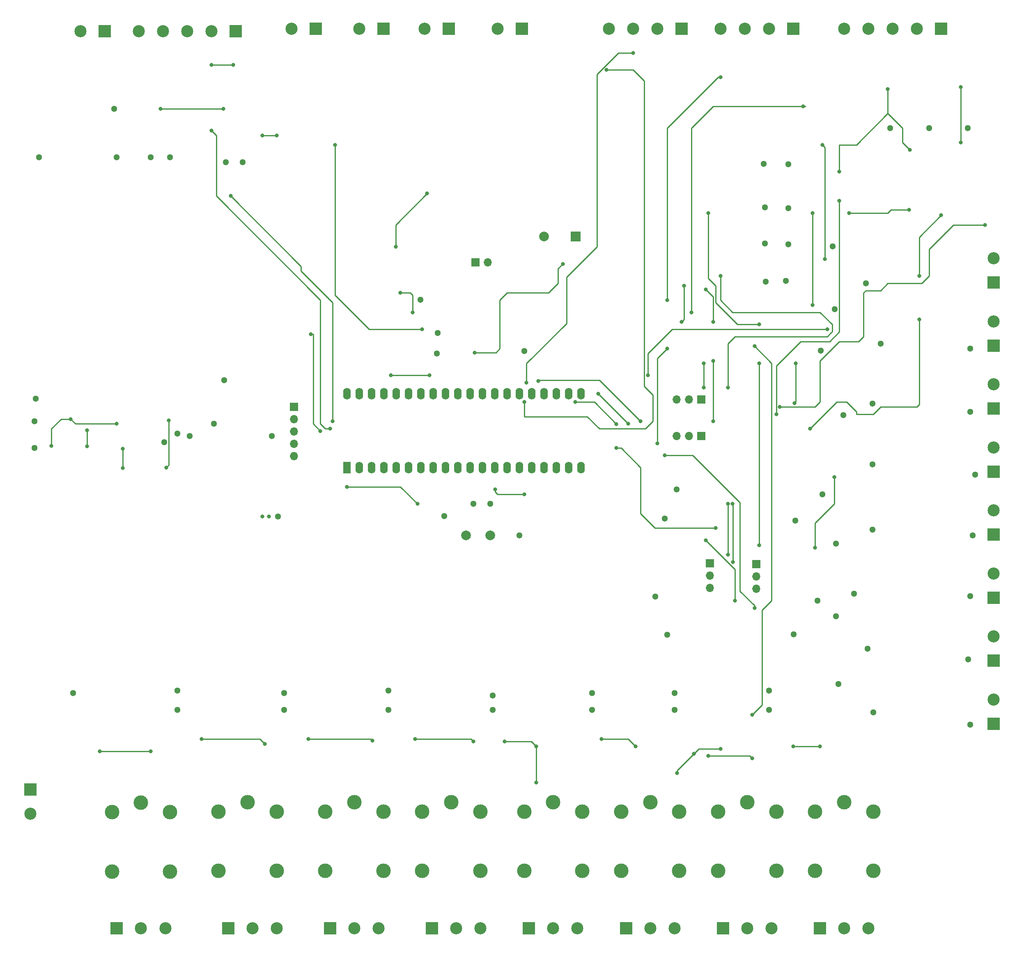
<source format=gbl>
%TF.GenerationSoftware,KiCad,Pcbnew,(5.1.10)-1*%
%TF.CreationDate,2022-01-12T07:46:51+01:00*%
%TF.ProjectId,automate,6175746f-6d61-4746-952e-6b696361645f,rev?*%
%TF.SameCoordinates,Original*%
%TF.FileFunction,Copper,L4,Bot*%
%TF.FilePolarity,Positive*%
%FSLAX46Y46*%
G04 Gerber Fmt 4.6, Leading zero omitted, Abs format (unit mm)*
G04 Created by KiCad (PCBNEW (5.1.10)-1) date 2022-01-12 07:46:51*
%MOMM*%
%LPD*%
G01*
G04 APERTURE LIST*
%TA.AperFunction,ComponentPad*%
%ADD10C,2.000000*%
%TD*%
%TA.AperFunction,ComponentPad*%
%ADD11R,2.000000X2.000000*%
%TD*%
%TA.AperFunction,ComponentPad*%
%ADD12C,2.500000*%
%TD*%
%TA.AperFunction,ComponentPad*%
%ADD13R,2.500000X2.500000*%
%TD*%
%TA.AperFunction,ComponentPad*%
%ADD14R,1.600000X2.400000*%
%TD*%
%TA.AperFunction,ComponentPad*%
%ADD15O,1.600000X2.400000*%
%TD*%
%TA.AperFunction,ComponentPad*%
%ADD16C,3.000000*%
%TD*%
%TA.AperFunction,ComponentPad*%
%ADD17R,1.700000X1.700000*%
%TD*%
%TA.AperFunction,ComponentPad*%
%ADD18O,1.700000X1.700000*%
%TD*%
%TA.AperFunction,ViaPad*%
%ADD19C,1.300000*%
%TD*%
%TA.AperFunction,ViaPad*%
%ADD20C,0.800000*%
%TD*%
%TA.AperFunction,Conductor*%
%ADD21C,0.250000*%
%TD*%
G04 APERTURE END LIST*
D10*
%TO.P,BZ2,2*%
%TO.N,Net-(BZ1-Pad2)*%
X181100000Y-69900000D03*
D11*
%TO.P,BZ2,1*%
%TO.N,Net-(BZ1-Pad1)*%
X187600000Y-69900000D03*
%TD*%
D10*
%TO.P,SW1,1*%
%TO.N,GND*%
X170000000Y-131500000D03*
%TO.P,SW1,2*%
%TO.N,/Logique/Vpp*%
X165000000Y-131500000D03*
%TD*%
D12*
%TO.P,J1,2*%
%TO.N,Net-(D1-Pad1)*%
X85500000Y-27500000D03*
D13*
%TO.P,J1,1*%
%TO.N,GND*%
X90500000Y-27500000D03*
%TD*%
D12*
%TO.P,J3,4*%
%TO.N,Net-(J3-Pad4)*%
X217500000Y-27000000D03*
D13*
%TO.P,J3,1*%
%TO.N,GND*%
X232500000Y-27000000D03*
D12*
%TO.P,J3,2*%
%TO.N,VCC*%
X227500000Y-27000000D03*
%TO.P,J3,3*%
%TO.N,Net-(J3-Pad3)*%
X222500000Y-27000000D03*
%TD*%
%TO.P,J4,3*%
%TO.N,Net-(J4-Pad3)*%
X199500000Y-27000000D03*
%TO.P,J4,2*%
%TO.N,VCC*%
X204500000Y-27000000D03*
D13*
%TO.P,J4,1*%
%TO.N,GND*%
X209500000Y-27000000D03*
D12*
%TO.P,J4,4*%
%TO.N,Net-(J4-Pad4)*%
X194500000Y-27000000D03*
%TD*%
D13*
%TO.P,J5,1*%
%TO.N,Net-(J5-Pad1)*%
X93000000Y-212500000D03*
D12*
%TO.P,J5,2*%
%TO.N,Net-(J5-Pad2)*%
X98000000Y-212500000D03*
%TO.P,J5,3*%
%TO.N,Net-(J5-Pad3)*%
X103000000Y-212500000D03*
%TD*%
D13*
%TO.P,J6,1*%
%TO.N,Net-(J6-Pad1)*%
X116000000Y-212500000D03*
D12*
%TO.P,J6,2*%
%TO.N,Net-(J6-Pad2)*%
X121000000Y-212500000D03*
%TO.P,J6,3*%
%TO.N,Net-(J6-Pad3)*%
X126000000Y-212500000D03*
%TD*%
D13*
%TO.P,J7,1*%
%TO.N,Net-(J7-Pad1)*%
X137000000Y-212500000D03*
D12*
%TO.P,J7,2*%
%TO.N,Net-(J7-Pad2)*%
X142000000Y-212500000D03*
%TO.P,J7,3*%
%TO.N,Net-(J7-Pad3)*%
X147000000Y-212500000D03*
%TD*%
%TO.P,J8,3*%
%TO.N,Net-(J8-Pad3)*%
X168000000Y-212500000D03*
%TO.P,J8,2*%
%TO.N,Net-(J8-Pad2)*%
X163000000Y-212500000D03*
D13*
%TO.P,J8,1*%
%TO.N,Net-(J8-Pad1)*%
X158000000Y-212500000D03*
%TD*%
%TO.P,J9,1*%
%TO.N,Net-(J9-Pad1)*%
X178000000Y-212500000D03*
D12*
%TO.P,J9,2*%
%TO.N,Net-(J9-Pad2)*%
X183000000Y-212500000D03*
%TO.P,J9,3*%
%TO.N,Net-(J9-Pad3)*%
X188000000Y-212500000D03*
%TD*%
%TO.P,J10,3*%
%TO.N,Net-(J10-Pad3)*%
X208000000Y-212500000D03*
%TO.P,J10,2*%
%TO.N,Net-(J10-Pad2)*%
X203000000Y-212500000D03*
D13*
%TO.P,J10,1*%
%TO.N,Net-(J10-Pad1)*%
X198000000Y-212500000D03*
%TD*%
D12*
%TO.P,J11,3*%
%TO.N,Net-(J11-Pad3)*%
X228000000Y-212500000D03*
%TO.P,J11,2*%
%TO.N,Net-(J11-Pad2)*%
X223000000Y-212500000D03*
D13*
%TO.P,J11,1*%
%TO.N,Net-(J11-Pad1)*%
X218000000Y-212500000D03*
%TD*%
D12*
%TO.P,J12,3*%
%TO.N,Net-(J12-Pad3)*%
X248000000Y-212500000D03*
%TO.P,J12,2*%
%TO.N,Net-(J12-Pad2)*%
X243000000Y-212500000D03*
D13*
%TO.P,J12,1*%
%TO.N,Net-(J12-Pad1)*%
X238000000Y-212500000D03*
%TD*%
D12*
%TO.P,J13,2*%
%TO.N,Net-(D23-Pad1)*%
X273839600Y-165362800D03*
D13*
%TO.P,J13,1*%
%TO.N,GND*%
X273839600Y-170362800D03*
%TD*%
D12*
%TO.P,J14,2*%
%TO.N,Net-(D24-Pad1)*%
X273839600Y-152362800D03*
D13*
%TO.P,J14,1*%
%TO.N,GND*%
X273839600Y-157362800D03*
%TD*%
D12*
%TO.P,J15,2*%
%TO.N,Net-(D25-Pad1)*%
X273839600Y-139362800D03*
D13*
%TO.P,J15,1*%
%TO.N,GND*%
X273839600Y-144362800D03*
%TD*%
%TO.P,J16,1*%
%TO.N,GND*%
X273839600Y-131362800D03*
D12*
%TO.P,J16,2*%
%TO.N,Net-(D26-Pad1)*%
X273839600Y-126362800D03*
%TD*%
%TO.P,J17,2*%
%TO.N,Net-(D31-Pad1)*%
X273839600Y-113362800D03*
D13*
%TO.P,J17,1*%
%TO.N,GND*%
X273839600Y-118362800D03*
%TD*%
%TO.P,J18,1*%
%TO.N,GND*%
X273839600Y-105362800D03*
D12*
%TO.P,J18,2*%
%TO.N,Net-(D32-Pad1)*%
X273839600Y-100362800D03*
%TD*%
D13*
%TO.P,J19,1*%
%TO.N,GND*%
X273839600Y-92362800D03*
D12*
%TO.P,J19,2*%
%TO.N,Net-(D33-Pad1)*%
X273839600Y-87362800D03*
%TD*%
%TO.P,J20,2*%
%TO.N,Net-(D34-Pad1)*%
X273839600Y-74362800D03*
D13*
%TO.P,J20,1*%
%TO.N,GND*%
X273839600Y-79362800D03*
%TD*%
%TO.P,J21,1*%
%TO.N,GND*%
X134000000Y-27000000D03*
D12*
%TO.P,J21,2*%
%TO.N,Net-(D39-Pad1)*%
X129000000Y-27000000D03*
%TD*%
D13*
%TO.P,J22,1*%
%TO.N,GND*%
X148000000Y-27000000D03*
D12*
%TO.P,J22,2*%
%TO.N,Net-(D40-Pad1)*%
X143000000Y-27000000D03*
%TD*%
D13*
%TO.P,J23,1*%
%TO.N,GND*%
X161500000Y-27000000D03*
D12*
%TO.P,J23,2*%
%TO.N,Net-(D41-Pad1)*%
X156500000Y-27000000D03*
%TD*%
%TO.P,J24,2*%
%TO.N,Net-(D42-Pad1)*%
X171500000Y-27000000D03*
D13*
%TO.P,J24,1*%
%TO.N,GND*%
X176500000Y-27000000D03*
%TD*%
D12*
%TO.P,J25,4*%
%TO.N,Net-(J25-Pad4)*%
X102500000Y-27500000D03*
D13*
%TO.P,J25,1*%
%TO.N,Net-(J25-Pad1)*%
X117500000Y-27500000D03*
D12*
%TO.P,J25,2*%
%TO.N,Net-(J25-Pad2)*%
X112500000Y-27500000D03*
%TO.P,J25,3*%
%TO.N,Net-(J25-Pad3)*%
X107500000Y-27500000D03*
%TO.P,J25,5*%
%TO.N,Net-(D13-Pad2)*%
X97500000Y-27500000D03*
%TD*%
D14*
%TO.P,U2,1*%
%TO.N,/Logique/Vpp*%
X140500000Y-117500000D03*
D15*
%TO.P,U2,21*%
%TO.N,IN3*%
X188760000Y-102260000D03*
%TO.P,U2,2*%
%TO.N,Rel1*%
X143040000Y-117500000D03*
%TO.P,U2,22*%
%TO.N,IN4*%
X186220000Y-102260000D03*
%TO.P,U2,3*%
%TO.N,Rel2*%
X145580000Y-117500000D03*
%TO.P,U2,23*%
%TO.N,Net-(J3-Pad3)*%
X183680000Y-102260000D03*
%TO.P,U2,4*%
%TO.N,Rel3*%
X148120000Y-117500000D03*
%TO.P,U2,24*%
%TO.N,GPIO4*%
X181140000Y-102260000D03*
%TO.P,U2,5*%
%TO.N,Rel4*%
X150660000Y-117500000D03*
%TO.P,U2,25*%
%TO.N,Net-(J4-Pad3)*%
X178600000Y-102260000D03*
%TO.P,U2,6*%
%TO.N,Rel5*%
X153200000Y-117500000D03*
%TO.P,U2,26*%
%TO.N,Net-(J4-Pad4)*%
X176060000Y-102260000D03*
%TO.P,U2,7*%
%TO.N,Rel6*%
X155740000Y-117500000D03*
%TO.P,U2,27*%
%TO.N,IN5*%
X173520000Y-102260000D03*
%TO.P,U2,8*%
%TO.N,C4*%
X158280000Y-117500000D03*
%TO.P,U2,28*%
%TO.N,IN6*%
X170980000Y-102260000D03*
%TO.P,U2,9*%
%TO.N,C3*%
X160820000Y-117500000D03*
%TO.P,U2,29*%
%TO.N,IN7*%
X168440000Y-102260000D03*
%TO.P,U2,10*%
%TO.N,C2*%
X163360000Y-117500000D03*
%TO.P,U2,30*%
%TO.N,IN8*%
X165900000Y-102260000D03*
%TO.P,U2,11*%
%TO.N,VCC*%
X165900000Y-117500000D03*
%TO.P,U2,31*%
%TO.N,GND*%
X163360000Y-102260000D03*
%TO.P,U2,12*%
X168440000Y-117500000D03*
%TO.P,U2,32*%
%TO.N,VCC*%
X160820000Y-102260000D03*
%TO.P,U2,13*%
%TO.N,Rel8*%
X170980000Y-117500000D03*
%TO.P,U2,33*%
%TO.N,AN1*%
X158280000Y-102260000D03*
%TO.P,U2,14*%
%TO.N,Rel7*%
X173520000Y-117500000D03*
%TO.P,U2,34*%
%TO.N,AN2*%
X155740000Y-102260000D03*
%TO.P,U2,15*%
%TO.N,GPIO1*%
X176060000Y-117500000D03*
%TO.P,U2,35*%
%TO.N,AN3*%
X153200000Y-102260000D03*
%TO.P,U2,16*%
%TO.N,GPIO2*%
X178600000Y-117500000D03*
%TO.P,U2,36*%
%TO.N,AN4*%
X150660000Y-102260000D03*
%TO.P,U2,17*%
%TO.N,GPIO3*%
X181140000Y-117500000D03*
%TO.P,U2,37*%
%TO.N,Net-(R74-Pad2)*%
X148120000Y-102260000D03*
%TO.P,U2,18*%
%TO.N,Net-(J3-Pad4)*%
X183680000Y-117500000D03*
%TO.P,U2,38*%
%TO.N,C1*%
X145580000Y-102260000D03*
%TO.P,U2,19*%
%TO.N,IN1*%
X186220000Y-117500000D03*
%TO.P,U2,39*%
%TO.N,Net-(J2-Pad1)*%
X143040000Y-102260000D03*
%TO.P,U2,20*%
%TO.N,IN2*%
X188760000Y-117500000D03*
%TO.P,U2,40*%
%TO.N,Net-(J2-Pad2)*%
X140500000Y-102260000D03*
%TD*%
D16*
%TO.P,K1,11*%
%TO.N,Net-(J5-Pad2)*%
X98000000Y-186600000D03*
%TO.P,K1,A1*%
%TO.N,+12V*%
X104000000Y-188600000D03*
%TO.P,K1,12*%
%TO.N,Net-(J5-Pad3)*%
X104000000Y-200800000D03*
%TO.P,K1,14*%
%TO.N,Net-(J5-Pad1)*%
X92000000Y-200800000D03*
%TO.P,K1,A2*%
%TO.N,Net-(D7-Pad1)*%
X92000000Y-188600000D03*
%TD*%
%TO.P,K2,11*%
%TO.N,Net-(J6-Pad2)*%
X120000000Y-186500000D03*
%TO.P,K2,A1*%
%TO.N,+12V*%
X126000000Y-188500000D03*
%TO.P,K2,12*%
%TO.N,Net-(J6-Pad3)*%
X126000000Y-200700000D03*
%TO.P,K2,14*%
%TO.N,Net-(J6-Pad1)*%
X114000000Y-200700000D03*
%TO.P,K2,A2*%
%TO.N,Net-(D9-Pad1)*%
X114000000Y-188500000D03*
%TD*%
%TO.P,K3,11*%
%TO.N,Net-(J7-Pad2)*%
X142000000Y-186500000D03*
%TO.P,K3,A1*%
%TO.N,+12V*%
X148000000Y-188500000D03*
%TO.P,K3,12*%
%TO.N,Net-(J7-Pad3)*%
X148000000Y-200700000D03*
%TO.P,K3,14*%
%TO.N,Net-(J7-Pad1)*%
X136000000Y-200700000D03*
%TO.P,K3,A2*%
%TO.N,Net-(D11-Pad1)*%
X136000000Y-188500000D03*
%TD*%
%TO.P,K4,A2*%
%TO.N,Net-(D14-Pad1)*%
X156000000Y-188500000D03*
%TO.P,K4,14*%
%TO.N,Net-(J8-Pad1)*%
X156000000Y-200700000D03*
%TO.P,K4,12*%
%TO.N,Net-(J8-Pad3)*%
X168000000Y-200700000D03*
%TO.P,K4,A1*%
%TO.N,+12V*%
X168000000Y-188500000D03*
%TO.P,K4,11*%
%TO.N,Net-(J8-Pad2)*%
X162000000Y-186500000D03*
%TD*%
%TO.P,K5,A2*%
%TO.N,Net-(D16-Pad1)*%
X177000000Y-188500000D03*
%TO.P,K5,14*%
%TO.N,Net-(J9-Pad1)*%
X177000000Y-200700000D03*
%TO.P,K5,12*%
%TO.N,Net-(J9-Pad3)*%
X189000000Y-200700000D03*
%TO.P,K5,A1*%
%TO.N,+12V*%
X189000000Y-188500000D03*
%TO.P,K5,11*%
%TO.N,Net-(J9-Pad2)*%
X183000000Y-186500000D03*
%TD*%
%TO.P,K6,A2*%
%TO.N,Net-(D18-Pad1)*%
X197000000Y-188500000D03*
%TO.P,K6,14*%
%TO.N,Net-(J10-Pad1)*%
X197000000Y-200700000D03*
%TO.P,K6,12*%
%TO.N,Net-(J10-Pad3)*%
X209000000Y-200700000D03*
%TO.P,K6,A1*%
%TO.N,+12V*%
X209000000Y-188500000D03*
%TO.P,K6,11*%
%TO.N,Net-(J10-Pad2)*%
X203000000Y-186500000D03*
%TD*%
%TO.P,K7,A2*%
%TO.N,Net-(D20-Pad1)*%
X217000000Y-188500000D03*
%TO.P,K7,14*%
%TO.N,Net-(J11-Pad1)*%
X217000000Y-200700000D03*
%TO.P,K7,12*%
%TO.N,Net-(J11-Pad3)*%
X229000000Y-200700000D03*
%TO.P,K7,A1*%
%TO.N,+12V*%
X229000000Y-188500000D03*
%TO.P,K7,11*%
%TO.N,Net-(J11-Pad2)*%
X223000000Y-186500000D03*
%TD*%
%TO.P,K8,11*%
%TO.N,Net-(J12-Pad2)*%
X243000000Y-186500000D03*
%TO.P,K8,A1*%
%TO.N,+12V*%
X249000000Y-188500000D03*
%TO.P,K8,12*%
%TO.N,Net-(J12-Pad3)*%
X249000000Y-200700000D03*
%TO.P,K8,14*%
%TO.N,Net-(J12-Pad1)*%
X237000000Y-200700000D03*
%TO.P,K8,A2*%
%TO.N,Net-(D22-Pad1)*%
X237000000Y-188500000D03*
%TD*%
D12*
%TO.P,J26,4*%
%TO.N,Net-(D45-Pad2)*%
X248000000Y-27000000D03*
D13*
%TO.P,J26,1*%
%TO.N,Net-(D50-Pad1)*%
X263000000Y-27000000D03*
D12*
%TO.P,J26,2*%
%TO.N,Net-(D49-Pad1)*%
X258000000Y-27000000D03*
%TO.P,J26,3*%
%TO.N,Net-(D44-Pad2)*%
X253000000Y-27000000D03*
%TO.P,J26,5*%
%TO.N,Net-(D48-Pad2)*%
X243000000Y-27000000D03*
%TD*%
D17*
%TO.P,JP1,1*%
%TO.N,Net-(D43-Pad1)*%
X166954200Y-75234800D03*
D18*
%TO.P,JP1,2*%
%TO.N,Net-(BZ1-Pad2)*%
X169494200Y-75234800D03*
%TD*%
D17*
%TO.P,JP2,1*%
%TO.N,Net-(JP2-Pad1)*%
X224891600Y-137464800D03*
D18*
%TO.P,JP2,2*%
%TO.N,GPIO3*%
X224891600Y-140004800D03*
%TO.P,JP2,3*%
%TO.N,Net-(JP2-Pad3)*%
X224891600Y-142544800D03*
%TD*%
%TO.P,JP3,3*%
%TO.N,Net-(JP3-Pad3)*%
X208420000Y-111000000D03*
%TO.P,JP3,2*%
%TO.N,GPIO4*%
X210960000Y-111000000D03*
D17*
%TO.P,JP3,1*%
%TO.N,Net-(JP3-Pad1)*%
X213500000Y-111000000D03*
%TD*%
%TO.P,JP4,1*%
%TO.N,Net-(JP4-Pad1)*%
X215315800Y-137287000D03*
D18*
%TO.P,JP4,2*%
%TO.N,GPIO1*%
X215315800Y-139827000D03*
%TO.P,JP4,3*%
%TO.N,Net-(JP4-Pad3)*%
X215315800Y-142367000D03*
%TD*%
%TO.P,JP5,3*%
%TO.N,Net-(JP5-Pad3)*%
X208420000Y-103500000D03*
%TO.P,JP5,2*%
%TO.N,GPIO2*%
X210960000Y-103500000D03*
D17*
%TO.P,JP5,1*%
%TO.N,Net-(JP5-Pad1)*%
X213500000Y-103500000D03*
%TD*%
D12*
%TO.P,J27,2*%
%TO.N,VCC*%
X75200000Y-188900000D03*
D13*
%TO.P,J27,1*%
%TO.N,GND*%
X75200000Y-183900000D03*
%TD*%
D17*
%TO.P,J2,1*%
%TO.N,Net-(J2-Pad1)*%
X129500000Y-104960000D03*
D18*
%TO.P,J2,2*%
%TO.N,Net-(J2-Pad2)*%
X129500000Y-107500000D03*
%TO.P,J2,3*%
%TO.N,GND*%
X129500000Y-110040000D03*
%TO.P,J2,4*%
%TO.N,VCC*%
X129500000Y-112580000D03*
%TO.P,J2,5*%
%TO.N,/Logique/Vpp*%
X129500000Y-115120000D03*
%TD*%
D19*
%TO.N,GND*%
X93000000Y-53500000D03*
X77000000Y-53500000D03*
X100000000Y-53500000D03*
X104000000Y-53500000D03*
X92500000Y-43500000D03*
X115500000Y-54500000D03*
X252500000Y-47500000D03*
X260500000Y-47500000D03*
X268500000Y-47500000D03*
X269000000Y-93000000D03*
X270000000Y-119000000D03*
X269500000Y-131500000D03*
X269000000Y-106000000D03*
X269000000Y-144000000D03*
X268562800Y-157062800D03*
X269000000Y-170500000D03*
X119000000Y-54500000D03*
X105500000Y-110500000D03*
X102750000Y-112250000D03*
X76300000Y-103300000D03*
X76000000Y-108000000D03*
X76000000Y-113500000D03*
X108000000Y-111000000D03*
X113000000Y-108500000D03*
X125000000Y-111000000D03*
X177038000Y-93462000D03*
X159217600Y-89782400D03*
X226669600Y-71330400D03*
X231500000Y-71500000D03*
X226796600Y-79203400D03*
X231000000Y-79000000D03*
X247500000Y-79500000D03*
X226364800Y-54864800D03*
X231500000Y-55000000D03*
X226618800Y-63881200D03*
X231500000Y-64000000D03*
X84000000Y-164000000D03*
X149000000Y-163500000D03*
X149000000Y-167500000D03*
X127500000Y-164000000D03*
X127500000Y-167500000D03*
X170500000Y-164500000D03*
X170500000Y-167500000D03*
X191000000Y-164000000D03*
X191000000Y-167500000D03*
X208000000Y-164000000D03*
X208000000Y-167500000D03*
X227500000Y-163500000D03*
X227500000Y-167500000D03*
X248839600Y-130339600D03*
X232943400Y-128443400D03*
X249000000Y-168000000D03*
X232613200Y-151886800D03*
X245000000Y-143500000D03*
X247839600Y-154839600D03*
X105500000Y-163500000D03*
X105500000Y-167500000D03*
X208457800Y-122042200D03*
X176000000Y-131500000D03*
X170000000Y-125000000D03*
X206500000Y-152000000D03*
X250500000Y-92000000D03*
X248839600Y-104339600D03*
X248839600Y-116839600D03*
D20*
%TO.N,+12V*%
X110500000Y-173500000D03*
X123500000Y-174500000D03*
X132500000Y-173500000D03*
X145700000Y-173800000D03*
X154500000Y-173500000D03*
X166500000Y-174000000D03*
X173000000Y-174000000D03*
X179500000Y-182500000D03*
X179500000Y-175000000D03*
X192975000Y-173475000D03*
X200000000Y-175000000D03*
X232500000Y-175000000D03*
X238000000Y-175000000D03*
X212000000Y-176500000D03*
X217500000Y-175500000D03*
X208500000Y-180500000D03*
X89500000Y-176000000D03*
X100000000Y-176000000D03*
X224000000Y-168500000D03*
X224500000Y-92500000D03*
X211500000Y-85500000D03*
X234500000Y-43000000D03*
%TO.N,Net-(C4-Pad2)*%
X86865000Y-113135000D03*
X86865000Y-109865000D03*
D19*
%TO.N,VCC*%
X155594400Y-82905600D03*
X159000000Y-94000000D03*
X237534200Y-144965800D03*
X241339600Y-148160400D03*
X241839600Y-162160400D03*
X204089000Y-144089000D03*
X166500000Y-125000000D03*
X160500000Y-127500000D03*
X206000000Y-128000000D03*
X238500000Y-123000000D03*
X242839600Y-106660400D03*
X240637200Y-71862800D03*
X241025000Y-84862800D03*
X238137200Y-93362800D03*
X241339600Y-133160400D03*
X126200000Y-127600000D03*
X115175000Y-99475000D03*
D20*
X123000000Y-127600000D03*
X124350000Y-127600000D03*
%TO.N,/Logique/Vpp*%
X155000000Y-125000000D03*
X140500000Y-121500000D03*
%TO.N,Net-(D20-Pad1)*%
X215000000Y-177000000D03*
X224000000Y-177500000D03*
%TO.N,Net-(J3-Pad4)*%
X204500000Y-112500000D03*
X206500000Y-93000000D03*
X206500000Y-83000000D03*
X217500000Y-37000000D03*
%TO.N,Net-(J3-Pad3)*%
X238500000Y-51000000D03*
X239000000Y-74500000D03*
%TO.N,Net-(J4-Pad3)*%
X177500000Y-100000000D03*
X199500000Y-32000000D03*
%TO.N,Net-(J4-Pad4)*%
X177000000Y-104000000D03*
X194000000Y-35500000D03*
%TO.N,Net-(J25-Pad2)*%
X117000000Y-34500000D03*
X112500000Y-34500000D03*
%TO.N,Net-(R1-Pad2)*%
X79500000Y-113000000D03*
X83500000Y-107500000D03*
X93000000Y-108500000D03*
%TO.N,Net-(R3-Pad2)*%
X94200000Y-117600000D03*
X94200000Y-113600000D03*
%TO.N,Rel8*%
X177000000Y-123000000D03*
X171000000Y-122000000D03*
%TO.N,IN1*%
X220500000Y-145000000D03*
X214500000Y-132500000D03*
%TO.N,IN3*%
X192260000Y-102260000D03*
X198500000Y-108500000D03*
X206000000Y-115000000D03*
X224512653Y-146487347D03*
%TO.N,IN4*%
X187500000Y-104000000D03*
X196012653Y-108512653D03*
X196012653Y-113487347D03*
X216500000Y-130000000D03*
%TO.N,IN6*%
X202500000Y-98500000D03*
X239500000Y-89000000D03*
%TO.N,AN1*%
X156000000Y-89000000D03*
X138000000Y-51000000D03*
%TO.N,AN2*%
X151500000Y-81500000D03*
X154000000Y-85500000D03*
%TO.N,AN4*%
X150500000Y-72000000D03*
X157000000Y-61000000D03*
%TO.N,C2*%
X137500000Y-108000000D03*
X116500000Y-61500000D03*
X115000000Y-43500000D03*
X102000000Y-43500000D03*
%TO.N,C3*%
X137000000Y-109500000D03*
X112500000Y-48000000D03*
%TO.N,C4*%
X135000000Y-110000000D03*
X133000000Y-90000000D03*
X126000000Y-49000000D03*
X123000000Y-49000000D03*
%TO.N,Net-(BZ1-Pad1)*%
X166827600Y-93827600D03*
X185000000Y-75500000D03*
%TO.N,Net-(D44-Pad1)*%
X256362200Y-64362200D03*
X244000000Y-65000000D03*
X236500000Y-65000000D03*
X236500000Y-84000000D03*
X233000000Y-96000000D03*
X232737042Y-104262347D03*
X241000000Y-119500000D03*
X237000000Y-134000000D03*
%TO.N,Net-(D44-Pad2)*%
X242000000Y-56500000D03*
X256500000Y-52000000D03*
X252000000Y-39500000D03*
%TO.N,Net-(D45-Pad1)*%
X229000000Y-106500000D03*
X242000000Y-62500000D03*
%TO.N,Net-(D49-Pad1)*%
X267000000Y-50500000D03*
X267000000Y-39000000D03*
%TO.N,Net-(D51-Pad1)*%
X263000000Y-65500000D03*
X258500000Y-78000000D03*
X258500000Y-87000000D03*
X236000000Y-109500000D03*
%TO.N,Net-(D52-Pad1)*%
X220012653Y-136987347D03*
X220000000Y-125000000D03*
X229725000Y-104987347D03*
X272000000Y-67500000D03*
%TO.N,Net-(JP2-Pad1)*%
X215000000Y-65000000D03*
X225500000Y-88000000D03*
X225500000Y-96000000D03*
X225500000Y-133500000D03*
%TO.N,GPIO4*%
X201000000Y-108000000D03*
X179947347Y-99675010D03*
%TO.N,Net-(JP3-Pad1)*%
X214500000Y-80775000D03*
X216000000Y-87500000D03*
X216000000Y-95500000D03*
X216000000Y-108000000D03*
%TO.N,Net-(JP4-Pad1)*%
X219000000Y-135500000D03*
X219000000Y-125000000D03*
X219000000Y-101000000D03*
X217500000Y-78000000D03*
%TO.N,Net-(JP5-Pad1)*%
X210000000Y-80000000D03*
X209500000Y-87500000D03*
X214000000Y-96000000D03*
X214000000Y-101000000D03*
%TO.N,Net-(R74-Pad2)*%
X157500000Y-98500000D03*
X149500000Y-98500000D03*
%TO.N,Net-(C5-Pad1)*%
X103200000Y-117500000D03*
X103700000Y-107800000D03*
%TD*%
D21*
%TO.N,+12V*%
X122500000Y-173500000D02*
X123500000Y-174500000D01*
X110500000Y-173500000D02*
X122500000Y-173500000D01*
X145400000Y-173500000D02*
X145700000Y-173800000D01*
X132500000Y-173500000D02*
X145400000Y-173500000D01*
X166000000Y-173500000D02*
X166500000Y-174000000D01*
X154500000Y-173500000D02*
X166000000Y-173500000D01*
X173000000Y-174000000D02*
X178500000Y-174000000D01*
X178500000Y-174000000D02*
X179500000Y-175000000D01*
X179500000Y-175000000D02*
X179500000Y-182500000D01*
X192975000Y-173475000D02*
X198475000Y-173475000D01*
X198475000Y-173475000D02*
X200000000Y-175000000D01*
X232500000Y-175000000D02*
X238000000Y-175000000D01*
X212000000Y-176500000D02*
X213000000Y-175500000D01*
X213000000Y-175500000D02*
X217500000Y-175500000D01*
X208500000Y-180000000D02*
X208500000Y-180500000D01*
X212000000Y-176500000D02*
X208500000Y-180000000D01*
X89500000Y-176000000D02*
X100000000Y-176000000D01*
X226066601Y-166433399D02*
X226066601Y-147933399D01*
X224000000Y-168500000D02*
X226066601Y-166433399D01*
X226066601Y-147933399D02*
X226066601Y-146933399D01*
X226066601Y-146933399D02*
X228000000Y-145000000D01*
X228000000Y-145000000D02*
X228000000Y-96000000D01*
X228000000Y-96000000D02*
X224500000Y-92500000D01*
X211500000Y-85500000D02*
X211500000Y-47500000D01*
X211500000Y-47500000D02*
X216000000Y-43000000D01*
X216000000Y-43000000D02*
X234500000Y-43000000D01*
X234500000Y-43000000D02*
X235000000Y-43000000D01*
%TO.N,Net-(C4-Pad2)*%
X86865000Y-109635000D02*
X86865000Y-109865000D01*
X86865000Y-113135000D02*
X86865000Y-109865000D01*
%TO.N,/Logique/Vpp*%
X151500000Y-121500000D02*
X155000000Y-125000000D01*
X140500000Y-121500000D02*
X151500000Y-121500000D01*
%TO.N,Net-(D20-Pad1)*%
X215000000Y-177000000D02*
X223500000Y-177000000D01*
X223500000Y-177000000D02*
X224000000Y-177500000D01*
%TO.N,Net-(J3-Pad4)*%
X204500000Y-112500000D02*
X204500000Y-95000000D01*
X204500000Y-95000000D02*
X206500000Y-93000000D01*
X206500000Y-83000000D02*
X206500000Y-47500000D01*
X217000000Y-37000000D02*
X217500000Y-37000000D01*
X206500000Y-47500000D02*
X217000000Y-37000000D01*
%TO.N,Net-(J3-Pad3)*%
X238500000Y-51000000D02*
X239000000Y-51500000D01*
X239000000Y-51500000D02*
X239000000Y-74500000D01*
%TO.N,Net-(J4-Pad3)*%
X177500000Y-100000000D02*
X177500000Y-96000000D01*
X185725001Y-87774999D02*
X185725001Y-78274999D01*
X177500000Y-96000000D02*
X185725001Y-87774999D01*
X185725001Y-78274999D02*
X192000000Y-72000000D01*
X192000000Y-36426998D02*
X196426998Y-32000000D01*
X192000000Y-72000000D02*
X192000000Y-36426998D01*
X196426998Y-32000000D02*
X199500000Y-32000000D01*
%TO.N,Net-(J4-Pad4)*%
X177000000Y-104000000D02*
X177000000Y-107000000D01*
X177000000Y-107000000D02*
X190000000Y-107000000D01*
X190000000Y-107000000D02*
X192500000Y-109500000D01*
X192500000Y-109500000D02*
X202000000Y-109500000D01*
X202000000Y-109500000D02*
X203500000Y-108000000D01*
X203500000Y-108000000D02*
X203500000Y-102500000D01*
X201774999Y-100774999D02*
X201774999Y-37774999D01*
X203500000Y-102500000D02*
X201774999Y-100774999D01*
X201774999Y-37774999D02*
X199500000Y-35500000D01*
X199500000Y-35500000D02*
X194000000Y-35500000D01*
%TO.N,Net-(J25-Pad2)*%
X117000000Y-34500000D02*
X112500000Y-34500000D01*
%TO.N,Net-(R1-Pad2)*%
X79500000Y-113000000D02*
X79500000Y-109500000D01*
X79500000Y-109500000D02*
X81500000Y-107500000D01*
X81500000Y-107500000D02*
X83500000Y-107500000D01*
X84500000Y-108500000D02*
X83500000Y-107500000D01*
X93000000Y-108500000D02*
X84500000Y-108500000D01*
%TO.N,Net-(R3-Pad2)*%
X94200000Y-117600000D02*
X94200000Y-113600000D01*
%TO.N,Rel8*%
X177000000Y-123000000D02*
X171500000Y-123000000D01*
X171000000Y-122500000D02*
X171000000Y-122000000D01*
X171500000Y-123000000D02*
X171000000Y-122500000D01*
%TO.N,IN1*%
X220500000Y-145000000D02*
X220500000Y-138500000D01*
X220500000Y-138500000D02*
X214500000Y-132500000D01*
%TO.N,IN3*%
X192260000Y-102260000D02*
X198500000Y-108500000D01*
X211785002Y-115000000D02*
X221500000Y-124714998D01*
X206000000Y-115000000D02*
X211785002Y-115000000D01*
X221500000Y-124714998D02*
X221500000Y-143000000D01*
X221500000Y-143000000D02*
X224500000Y-146000000D01*
X224512653Y-146012653D02*
X224512653Y-146487347D01*
X224500000Y-146000000D02*
X224512653Y-146012653D01*
%TO.N,IN4*%
X187500000Y-104000000D02*
X191500000Y-104000000D01*
X191500000Y-104000000D02*
X196012653Y-108512653D01*
X196012653Y-113487347D02*
X196987347Y-113487347D01*
X196987347Y-113487347D02*
X201000000Y-117500000D01*
X201000000Y-117500000D02*
X201000000Y-127000000D01*
X201000000Y-127000000D02*
X204000000Y-130000000D01*
X204000000Y-130000000D02*
X216500000Y-130000000D01*
%TO.N,IN6*%
X202500000Y-98500000D02*
X202500000Y-95000000D01*
X202500000Y-95000000D02*
X202500000Y-94000000D01*
X202500000Y-94000000D02*
X207500000Y-89000000D01*
X207500000Y-89000000D02*
X239500000Y-89000000D01*
%TO.N,AN1*%
X156000000Y-89000000D02*
X148000000Y-89000000D01*
X148000000Y-89000000D02*
X145000000Y-89000000D01*
X145000000Y-89000000D02*
X138000000Y-82000000D01*
X138000000Y-82000000D02*
X138000000Y-51000000D01*
%TO.N,AN2*%
X151500000Y-81500000D02*
X153500000Y-81500000D01*
X153500000Y-81500000D02*
X154000000Y-82000000D01*
X154000000Y-82000000D02*
X154000000Y-85500000D01*
%TO.N,AN4*%
X150500000Y-72000000D02*
X150500000Y-67500000D01*
X150500000Y-67500000D02*
X157000000Y-61000000D01*
%TO.N,C2*%
X137500000Y-108000000D02*
X137500000Y-83500000D01*
X131000000Y-77000000D02*
X131000000Y-76000000D01*
X137500000Y-83500000D02*
X131000000Y-77000000D01*
X131000000Y-76000000D02*
X116500000Y-61500000D01*
X115000000Y-43500000D02*
X102000000Y-43500000D01*
%TO.N,C3*%
X137000000Y-109500000D02*
X136000000Y-109500000D01*
X136000000Y-109500000D02*
X135000000Y-108500000D01*
X135000000Y-108500000D02*
X135000000Y-83000000D01*
X135000000Y-83000000D02*
X113500000Y-61500000D01*
X113500000Y-61500000D02*
X113500000Y-49000000D01*
X113500000Y-49000000D02*
X112500000Y-48000000D01*
%TO.N,C4*%
X135000000Y-110000000D02*
X133500000Y-108500000D01*
X133500000Y-108500000D02*
X133500000Y-90000000D01*
X133500000Y-90000000D02*
X133000000Y-90000000D01*
X126000000Y-49000000D02*
X123000000Y-49000000D01*
%TO.N,Net-(BZ1-Pad1)*%
X166827600Y-93827600D02*
X171172400Y-93827600D01*
X171172400Y-93827600D02*
X172000000Y-93000000D01*
X172000000Y-93000000D02*
X172000000Y-83000000D01*
X172000000Y-83000000D02*
X173500000Y-81500000D01*
X173500000Y-81500000D02*
X182000000Y-81500000D01*
X182000000Y-81500000D02*
X184000000Y-79500000D01*
X184000000Y-79500000D02*
X184000000Y-76500000D01*
X184000000Y-76500000D02*
X185000000Y-75500000D01*
%TO.N,Net-(D44-Pad1)*%
X256362200Y-64362200D02*
X252637800Y-64362200D01*
X252637800Y-64362200D02*
X252000000Y-65000000D01*
X252000000Y-65000000D02*
X244000000Y-65000000D01*
X236500000Y-65000000D02*
X236500000Y-84000000D01*
X233000000Y-96000000D02*
X233000000Y-104000000D01*
X232999389Y-104000000D02*
X232737042Y-104262347D01*
X233000000Y-104000000D02*
X232999389Y-104000000D01*
X241000000Y-119500000D02*
X241000000Y-125000000D01*
X241000000Y-125000000D02*
X237000000Y-129000000D01*
X237000000Y-129000000D02*
X237000000Y-134000000D01*
%TO.N,Net-(D44-Pad2)*%
X242000000Y-56500000D02*
X242000000Y-51000000D01*
X255000000Y-50500000D02*
X256500000Y-52000000D01*
X255000000Y-50500000D02*
X255000000Y-47500000D01*
X255000000Y-47500000D02*
X252000000Y-44500000D01*
X252000000Y-44500000D02*
X252000000Y-39500000D01*
X245500000Y-51000000D02*
X252000000Y-44500000D01*
X242000000Y-51000000D02*
X245500000Y-51000000D01*
%TO.N,Net-(D45-Pad1)*%
X229000000Y-106500000D02*
X229000000Y-105500000D01*
X229000000Y-105500000D02*
X229000000Y-96500000D01*
X229000000Y-96500000D02*
X234000000Y-91500000D01*
X234000000Y-91500000D02*
X240000000Y-91500000D01*
X240000000Y-91500000D02*
X242000000Y-89500000D01*
X242000000Y-89500000D02*
X242000000Y-62500000D01*
%TO.N,Net-(D49-Pad1)*%
X267000000Y-50500000D02*
X267000000Y-39000000D01*
%TO.N,Net-(D51-Pad1)*%
X263000000Y-65500000D02*
X258500000Y-70000000D01*
X258500000Y-70000000D02*
X258500000Y-78000000D01*
X258500000Y-87000000D02*
X258500000Y-104500000D01*
X258500000Y-104500000D02*
X258000000Y-105000000D01*
X258000000Y-105000000D02*
X250500000Y-105000000D01*
X250500000Y-105000000D02*
X249000000Y-106500000D01*
X249000000Y-106500000D02*
X245500000Y-106500000D01*
X245500000Y-106500000D02*
X245500000Y-106000000D01*
X245500000Y-106000000D02*
X243500000Y-104000000D01*
X243500000Y-104000000D02*
X241500000Y-104000000D01*
X241500000Y-104000000D02*
X236000000Y-109500000D01*
%TO.N,Net-(D52-Pad1)*%
X220012653Y-136987347D02*
X220012653Y-125012653D01*
X220012653Y-125012653D02*
X220000000Y-125000000D01*
X229725000Y-104987347D02*
X236987347Y-104987347D01*
X236987347Y-104987347D02*
X238000000Y-103974694D01*
X238000000Y-103974694D02*
X238000000Y-95500000D01*
X238000000Y-95500000D02*
X242000000Y-91500000D01*
X242000000Y-91500000D02*
X246000000Y-91500000D01*
X246000000Y-91500000D02*
X247000000Y-90500000D01*
X247000000Y-90500000D02*
X247000000Y-81500000D01*
X247000000Y-81500000D02*
X247500000Y-81000000D01*
X247500000Y-81000000D02*
X250500000Y-81000000D01*
X250500000Y-81000000D02*
X252000000Y-79500000D01*
X252000000Y-79500000D02*
X259000000Y-79500000D01*
X259000000Y-79500000D02*
X260000000Y-78500000D01*
X260000000Y-78500000D02*
X260500000Y-78000000D01*
X260500000Y-78000000D02*
X260500000Y-72500000D01*
X260500000Y-72500000D02*
X265500000Y-67500000D01*
X265500000Y-67500000D02*
X272000000Y-67500000D01*
%TO.N,Net-(JP2-Pad1)*%
X225500000Y-96000000D02*
X225500000Y-133500000D01*
X221000000Y-88000000D02*
X225500000Y-88000000D01*
X216500000Y-83500000D02*
X221000000Y-88000000D01*
X216500000Y-80000000D02*
X216500000Y-83500000D01*
X215000000Y-78500000D02*
X216500000Y-80000000D01*
X215000000Y-65000000D02*
X215000000Y-78500000D01*
%TO.N,GPIO4*%
X201000000Y-108000000D02*
X192500000Y-99500000D01*
X192500000Y-99500000D02*
X183000000Y-99500000D01*
X183000000Y-99500000D02*
X180000000Y-99500000D01*
X180000000Y-99622357D02*
X179947347Y-99675010D01*
X180000000Y-99500000D02*
X180000000Y-99622357D01*
%TO.N,Net-(JP3-Pad1)*%
X214500000Y-80775000D02*
X216000000Y-82275000D01*
X216000000Y-82275000D02*
X216000000Y-87500000D01*
X216000000Y-95500000D02*
X216000000Y-108000000D01*
%TO.N,Net-(JP4-Pad1)*%
X219000000Y-135500000D02*
X219000000Y-125000000D01*
X219000000Y-101000000D02*
X219000000Y-92000000D01*
X219000000Y-92000000D02*
X220500000Y-90500000D01*
X220500000Y-90500000D02*
X239500000Y-90500000D01*
X239500000Y-90500000D02*
X240225001Y-89774999D01*
X240225001Y-89774999D02*
X240500000Y-89500000D01*
X240500000Y-89500000D02*
X240500000Y-88926998D01*
X240500000Y-88926998D02*
X240500000Y-88000000D01*
X240500000Y-88000000D02*
X238000000Y-85500000D01*
X238000000Y-85500000D02*
X220000000Y-85500000D01*
X220000000Y-85500000D02*
X217500000Y-83000000D01*
X217500000Y-83000000D02*
X217500000Y-78000000D01*
%TO.N,Net-(JP5-Pad1)*%
X210000000Y-80000000D02*
X210000000Y-87000000D01*
X210000000Y-87000000D02*
X209500000Y-87500000D01*
X214000000Y-96000000D02*
X214000000Y-101000000D01*
%TO.N,Net-(R74-Pad2)*%
X157500000Y-98500000D02*
X149500000Y-98500000D01*
%TO.N,Net-(C5-Pad1)*%
X103725001Y-107825001D02*
X103700000Y-107800000D01*
X103725001Y-116974999D02*
X103725001Y-107825001D01*
X103200000Y-117500000D02*
X103725001Y-116974999D01*
%TD*%
M02*

</source>
